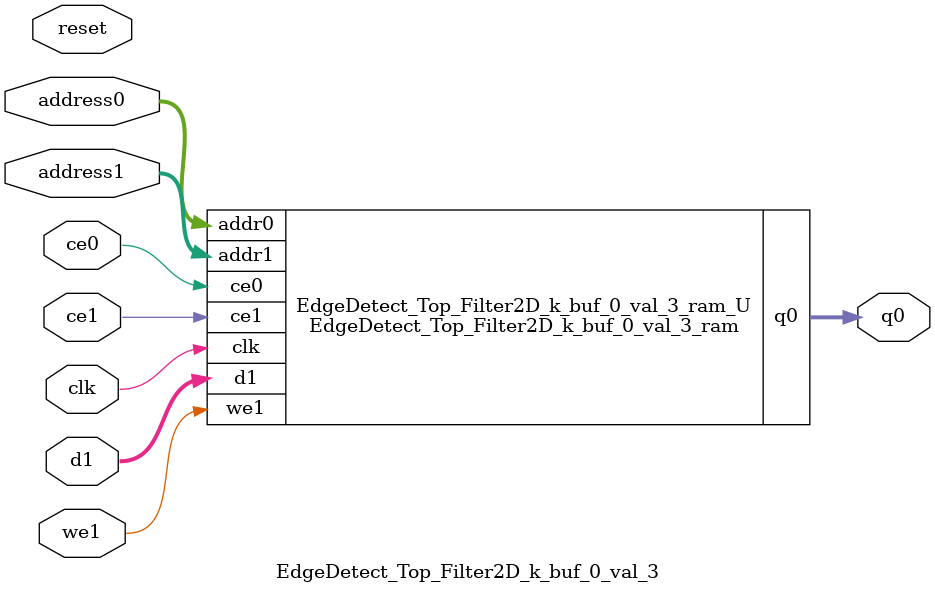
<source format=v>

`timescale 1 ns / 1 ps
module EdgeDetect_Top_Filter2D_k_buf_0_val_3_ram (addr0, ce0, q0, addr1, ce1, d1, we1,  clk);

parameter DWIDTH = 8;
parameter AWIDTH = 8;
parameter MEM_SIZE = 256;

input[AWIDTH-1:0] addr0;
input ce0;
output reg[DWIDTH-1:0] q0;
input[AWIDTH-1:0] addr1;
input ce1;
input[DWIDTH-1:0] d1;
input we1;
input clk;

(* ram_style = "block" *)reg [DWIDTH-1:0] ram[MEM_SIZE-1:0];




always @(posedge clk)  
begin 
    if (ce0) 
    begin
            q0 <= ram[addr0];
    end
end


always @(posedge clk)  
begin 
    if (ce1) 
    begin
        if (we1) 
        begin 
            ram[addr1] <= d1; 
        end 
    end
end


endmodule


`timescale 1 ns / 1 ps
module EdgeDetect_Top_Filter2D_k_buf_0_val_3(
    reset,
    clk,
    address0,
    ce0,
    q0,
    address1,
    ce1,
    we1,
    d1);

parameter DataWidth = 32'd8;
parameter AddressRange = 32'd256;
parameter AddressWidth = 32'd8;
input reset;
input clk;
input[AddressWidth - 1:0] address0;
input ce0;
output[DataWidth - 1:0] q0;
input[AddressWidth - 1:0] address1;
input ce1;
input we1;
input[DataWidth - 1:0] d1;



EdgeDetect_Top_Filter2D_k_buf_0_val_3_ram EdgeDetect_Top_Filter2D_k_buf_0_val_3_ram_U(
    .clk( clk ),
    .addr0( address0 ),
    .ce0( ce0 ),
    .q0( q0 ),
    .addr1( address1 ),
    .ce1( ce1 ),
    .d1( d1 ),
    .we1( we1 ));

endmodule


</source>
